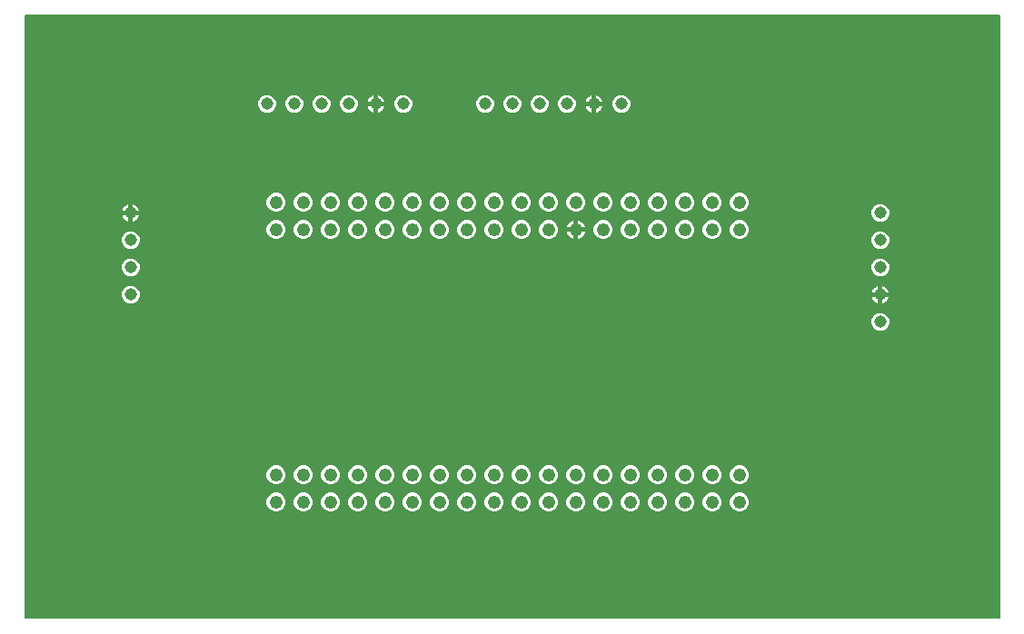
<source format=gbr>
G04 EAGLE Gerber RS-274X export*
G75*
%MOMM*%
%FSLAX34Y34*%
%LPD*%
%INCopper Layer 15*%
%IPPOS*%
%AMOC8*
5,1,8,0,0,1.08239X$1,22.5*%
G01*
%ADD10C,1.244600*%
%ADD11C,1.137919*%

G36*
X910508Y16D02*
X910508Y16D01*
X910627Y23D01*
X910665Y36D01*
X910706Y41D01*
X910816Y84D01*
X910929Y121D01*
X910964Y143D01*
X911001Y158D01*
X911097Y227D01*
X911198Y291D01*
X911226Y321D01*
X911259Y344D01*
X911335Y436D01*
X911416Y523D01*
X911436Y558D01*
X911461Y589D01*
X911512Y697D01*
X911570Y801D01*
X911580Y841D01*
X911597Y877D01*
X911619Y994D01*
X911649Y1109D01*
X911653Y1169D01*
X911657Y1189D01*
X911655Y1210D01*
X911659Y1270D01*
X911659Y561850D01*
X911644Y561968D01*
X911637Y562087D01*
X911624Y562125D01*
X911619Y562166D01*
X911576Y562276D01*
X911539Y562389D01*
X911517Y562424D01*
X911502Y562461D01*
X911433Y562557D01*
X911369Y562658D01*
X911339Y562686D01*
X911316Y562719D01*
X911224Y562795D01*
X911137Y562876D01*
X911102Y562896D01*
X911071Y562921D01*
X910963Y562972D01*
X910859Y563030D01*
X910819Y563040D01*
X910783Y563057D01*
X910666Y563079D01*
X910551Y563109D01*
X910491Y563113D01*
X910471Y563117D01*
X910450Y563115D01*
X910390Y563119D01*
X3810Y563119D01*
X3692Y563104D01*
X3573Y563097D01*
X3535Y563084D01*
X3494Y563079D01*
X3384Y563036D01*
X3271Y562999D01*
X3236Y562977D01*
X3199Y562962D01*
X3103Y562893D01*
X3002Y562829D01*
X2974Y562799D01*
X2941Y562776D01*
X2865Y562684D01*
X2784Y562597D01*
X2764Y562562D01*
X2739Y562531D01*
X2688Y562423D01*
X2630Y562319D01*
X2620Y562279D01*
X2603Y562243D01*
X2581Y562126D01*
X2551Y562011D01*
X2547Y561951D01*
X2543Y561931D01*
X2545Y561910D01*
X2541Y561850D01*
X2541Y1270D01*
X2556Y1152D01*
X2563Y1033D01*
X2576Y995D01*
X2581Y954D01*
X2624Y844D01*
X2661Y731D01*
X2683Y696D01*
X2698Y659D01*
X2767Y563D01*
X2831Y462D01*
X2861Y434D01*
X2884Y401D01*
X2976Y325D01*
X3063Y244D01*
X3098Y224D01*
X3129Y199D01*
X3237Y148D01*
X3341Y90D01*
X3381Y80D01*
X3417Y63D01*
X3534Y41D01*
X3649Y11D01*
X3709Y7D01*
X3729Y3D01*
X3750Y5D01*
X3810Y1D01*
X910390Y1D01*
X910508Y16D01*
G37*
%LPC*%
G36*
X387557Y125596D02*
X387557Y125596D01*
X384336Y126930D01*
X381870Y129396D01*
X380536Y132617D01*
X380536Y136103D01*
X381870Y139324D01*
X384336Y141790D01*
X387557Y143124D01*
X391043Y143124D01*
X394264Y141790D01*
X396730Y139324D01*
X398064Y136103D01*
X398064Y132617D01*
X396730Y129396D01*
X394264Y126930D01*
X391043Y125596D01*
X387557Y125596D01*
G37*
%LPD*%
%LPC*%
G36*
X362157Y125596D02*
X362157Y125596D01*
X358936Y126930D01*
X356470Y129396D01*
X355136Y132617D01*
X355136Y136103D01*
X356470Y139324D01*
X358936Y141790D01*
X362157Y143124D01*
X365643Y143124D01*
X368864Y141790D01*
X371330Y139324D01*
X372664Y136103D01*
X372664Y132617D01*
X371330Y129396D01*
X368864Y126930D01*
X365643Y125596D01*
X362157Y125596D01*
G37*
%LPD*%
%LPC*%
G36*
X336757Y125596D02*
X336757Y125596D01*
X333536Y126930D01*
X331070Y129396D01*
X329736Y132617D01*
X329736Y136103D01*
X331070Y139324D01*
X333536Y141790D01*
X336757Y143124D01*
X340243Y143124D01*
X343464Y141790D01*
X345930Y139324D01*
X347264Y136103D01*
X347264Y132617D01*
X345930Y129396D01*
X343464Y126930D01*
X340243Y125596D01*
X336757Y125596D01*
G37*
%LPD*%
%LPC*%
G36*
X311357Y125596D02*
X311357Y125596D01*
X308136Y126930D01*
X305670Y129396D01*
X304336Y132617D01*
X304336Y136103D01*
X305670Y139324D01*
X308136Y141790D01*
X311357Y143124D01*
X314843Y143124D01*
X318064Y141790D01*
X320530Y139324D01*
X321864Y136103D01*
X321864Y132617D01*
X320530Y129396D01*
X318064Y126930D01*
X314843Y125596D01*
X311357Y125596D01*
G37*
%LPD*%
%LPC*%
G36*
X285957Y125596D02*
X285957Y125596D01*
X282736Y126930D01*
X280270Y129396D01*
X278936Y132617D01*
X278936Y136103D01*
X280270Y139324D01*
X282736Y141790D01*
X285957Y143124D01*
X289443Y143124D01*
X292664Y141790D01*
X295130Y139324D01*
X296464Y136103D01*
X296464Y132617D01*
X295130Y129396D01*
X292664Y126930D01*
X289443Y125596D01*
X285957Y125596D01*
G37*
%LPD*%
%LPC*%
G36*
X666957Y100196D02*
X666957Y100196D01*
X663736Y101530D01*
X661270Y103996D01*
X659936Y107217D01*
X659936Y110703D01*
X661270Y113924D01*
X663736Y116390D01*
X666957Y117724D01*
X670443Y117724D01*
X673664Y116390D01*
X676130Y113924D01*
X677464Y110703D01*
X677464Y107217D01*
X676130Y103996D01*
X673664Y101530D01*
X670443Y100196D01*
X666957Y100196D01*
G37*
%LPD*%
%LPC*%
G36*
X641557Y100196D02*
X641557Y100196D01*
X638336Y101530D01*
X635870Y103996D01*
X634536Y107217D01*
X634536Y110703D01*
X635870Y113924D01*
X638336Y116390D01*
X641557Y117724D01*
X645043Y117724D01*
X648264Y116390D01*
X650730Y113924D01*
X652064Y110703D01*
X652064Y107217D01*
X650730Y103996D01*
X648264Y101530D01*
X645043Y100196D01*
X641557Y100196D01*
G37*
%LPD*%
%LPC*%
G36*
X616157Y100196D02*
X616157Y100196D01*
X612936Y101530D01*
X610470Y103996D01*
X609136Y107217D01*
X609136Y110703D01*
X610470Y113924D01*
X612936Y116390D01*
X616157Y117724D01*
X619643Y117724D01*
X622864Y116390D01*
X625330Y113924D01*
X626664Y110703D01*
X626664Y107217D01*
X625330Y103996D01*
X622864Y101530D01*
X619643Y100196D01*
X616157Y100196D01*
G37*
%LPD*%
%LPC*%
G36*
X590757Y100196D02*
X590757Y100196D01*
X587536Y101530D01*
X585070Y103996D01*
X583736Y107217D01*
X583736Y110703D01*
X585070Y113924D01*
X587536Y116390D01*
X590757Y117724D01*
X594243Y117724D01*
X597464Y116390D01*
X599930Y113924D01*
X601264Y110703D01*
X601264Y107217D01*
X599930Y103996D01*
X597464Y101530D01*
X594243Y100196D01*
X590757Y100196D01*
G37*
%LPD*%
%LPC*%
G36*
X539957Y100196D02*
X539957Y100196D01*
X536736Y101530D01*
X534270Y103996D01*
X532936Y107217D01*
X532936Y110703D01*
X534270Y113924D01*
X536736Y116390D01*
X539957Y117724D01*
X543443Y117724D01*
X546664Y116390D01*
X549130Y113924D01*
X550464Y110703D01*
X550464Y107217D01*
X549130Y103996D01*
X546664Y101530D01*
X543443Y100196D01*
X539957Y100196D01*
G37*
%LPD*%
%LPC*%
G36*
X514557Y100196D02*
X514557Y100196D01*
X511336Y101530D01*
X508870Y103996D01*
X507536Y107217D01*
X507536Y110703D01*
X508870Y113924D01*
X511336Y116390D01*
X514557Y117724D01*
X518043Y117724D01*
X521264Y116390D01*
X523730Y113924D01*
X525064Y110703D01*
X525064Y107217D01*
X523730Y103996D01*
X521264Y101530D01*
X518043Y100196D01*
X514557Y100196D01*
G37*
%LPD*%
%LPC*%
G36*
X489157Y100196D02*
X489157Y100196D01*
X485936Y101530D01*
X483470Y103996D01*
X482136Y107217D01*
X482136Y110703D01*
X483470Y113924D01*
X485936Y116390D01*
X489157Y117724D01*
X492643Y117724D01*
X495864Y116390D01*
X498330Y113924D01*
X499664Y110703D01*
X499664Y107217D01*
X498330Y103996D01*
X495864Y101530D01*
X492643Y100196D01*
X489157Y100196D01*
G37*
%LPD*%
%LPC*%
G36*
X539957Y379596D02*
X539957Y379596D01*
X536736Y380930D01*
X534270Y383396D01*
X532936Y386617D01*
X532936Y390103D01*
X534270Y393324D01*
X536736Y395790D01*
X539957Y397124D01*
X543443Y397124D01*
X546664Y395790D01*
X549130Y393324D01*
X550464Y390103D01*
X550464Y386617D01*
X549130Y383396D01*
X546664Y380930D01*
X543443Y379596D01*
X539957Y379596D01*
G37*
%LPD*%
%LPC*%
G36*
X463757Y100196D02*
X463757Y100196D01*
X460536Y101530D01*
X458070Y103996D01*
X456736Y107217D01*
X456736Y110703D01*
X458070Y113924D01*
X460536Y116390D01*
X463757Y117724D01*
X467243Y117724D01*
X470464Y116390D01*
X472930Y113924D01*
X474264Y110703D01*
X474264Y107217D01*
X472930Y103996D01*
X470464Y101530D01*
X467243Y100196D01*
X463757Y100196D01*
G37*
%LPD*%
%LPC*%
G36*
X438357Y100196D02*
X438357Y100196D01*
X435136Y101530D01*
X432670Y103996D01*
X431336Y107217D01*
X431336Y110703D01*
X432670Y113924D01*
X435136Y116390D01*
X438357Y117724D01*
X441843Y117724D01*
X445064Y116390D01*
X447530Y113924D01*
X448864Y110703D01*
X448864Y107217D01*
X447530Y103996D01*
X445064Y101530D01*
X441843Y100196D01*
X438357Y100196D01*
G37*
%LPD*%
%LPC*%
G36*
X412957Y100196D02*
X412957Y100196D01*
X409736Y101530D01*
X407270Y103996D01*
X405936Y107217D01*
X405936Y110703D01*
X407270Y113924D01*
X409736Y116390D01*
X412957Y117724D01*
X416443Y117724D01*
X419664Y116390D01*
X422130Y113924D01*
X423464Y110703D01*
X423464Y107217D01*
X422130Y103996D01*
X419664Y101530D01*
X416443Y100196D01*
X412957Y100196D01*
G37*
%LPD*%
%LPC*%
G36*
X387557Y100196D02*
X387557Y100196D01*
X384336Y101530D01*
X381870Y103996D01*
X380536Y107217D01*
X380536Y110703D01*
X381870Y113924D01*
X384336Y116390D01*
X387557Y117724D01*
X391043Y117724D01*
X394264Y116390D01*
X396730Y113924D01*
X398064Y110703D01*
X398064Y107217D01*
X396730Y103996D01*
X394264Y101530D01*
X391043Y100196D01*
X387557Y100196D01*
G37*
%LPD*%
%LPC*%
G36*
X362157Y100196D02*
X362157Y100196D01*
X358936Y101530D01*
X356470Y103996D01*
X355136Y107217D01*
X355136Y110703D01*
X356470Y113924D01*
X358936Y116390D01*
X362157Y117724D01*
X365643Y117724D01*
X368864Y116390D01*
X371330Y113924D01*
X372664Y110703D01*
X372664Y107217D01*
X371330Y103996D01*
X368864Y101530D01*
X365643Y100196D01*
X362157Y100196D01*
G37*
%LPD*%
%LPC*%
G36*
X260557Y379596D02*
X260557Y379596D01*
X257336Y380930D01*
X254870Y383396D01*
X253536Y386617D01*
X253536Y390103D01*
X254870Y393324D01*
X257336Y395790D01*
X260557Y397124D01*
X264043Y397124D01*
X267264Y395790D01*
X269730Y393324D01*
X271064Y390103D01*
X271064Y386617D01*
X269730Y383396D01*
X267264Y380930D01*
X264043Y379596D01*
X260557Y379596D01*
G37*
%LPD*%
%LPC*%
G36*
X235157Y379596D02*
X235157Y379596D01*
X231936Y380930D01*
X229470Y383396D01*
X228136Y386617D01*
X228136Y390103D01*
X229470Y393324D01*
X231936Y395790D01*
X235157Y397124D01*
X238643Y397124D01*
X241864Y395790D01*
X244330Y393324D01*
X245664Y390103D01*
X245664Y386617D01*
X244330Y383396D01*
X241864Y380930D01*
X238643Y379596D01*
X235157Y379596D01*
G37*
%LPD*%
%LPC*%
G36*
X666957Y379596D02*
X666957Y379596D01*
X663736Y380930D01*
X661270Y383396D01*
X659936Y386617D01*
X659936Y390103D01*
X661270Y393324D01*
X663736Y395790D01*
X666957Y397124D01*
X670443Y397124D01*
X673664Y395790D01*
X676130Y393324D01*
X677464Y390103D01*
X677464Y386617D01*
X676130Y383396D01*
X673664Y380930D01*
X670443Y379596D01*
X666957Y379596D01*
G37*
%LPD*%
%LPC*%
G36*
X641557Y379596D02*
X641557Y379596D01*
X638336Y380930D01*
X635870Y383396D01*
X634536Y386617D01*
X634536Y390103D01*
X635870Y393324D01*
X638336Y395790D01*
X641557Y397124D01*
X645043Y397124D01*
X648264Y395790D01*
X650730Y393324D01*
X652064Y390103D01*
X652064Y386617D01*
X650730Y383396D01*
X648264Y380930D01*
X645043Y379596D01*
X641557Y379596D01*
G37*
%LPD*%
%LPC*%
G36*
X616157Y379596D02*
X616157Y379596D01*
X612936Y380930D01*
X610470Y383396D01*
X609136Y386617D01*
X609136Y390103D01*
X610470Y393324D01*
X612936Y395790D01*
X616157Y397124D01*
X619643Y397124D01*
X622864Y395790D01*
X625330Y393324D01*
X626664Y390103D01*
X626664Y386617D01*
X625330Y383396D01*
X622864Y380930D01*
X619643Y379596D01*
X616157Y379596D01*
G37*
%LPD*%
%LPC*%
G36*
X590757Y379596D02*
X590757Y379596D01*
X587536Y380930D01*
X585070Y383396D01*
X583736Y386617D01*
X583736Y390103D01*
X585070Y393324D01*
X587536Y395790D01*
X590757Y397124D01*
X594243Y397124D01*
X597464Y395790D01*
X599930Y393324D01*
X601264Y390103D01*
X601264Y386617D01*
X599930Y383396D01*
X597464Y380930D01*
X594243Y379596D01*
X590757Y379596D01*
G37*
%LPD*%
%LPC*%
G36*
X565357Y379596D02*
X565357Y379596D01*
X562136Y380930D01*
X559670Y383396D01*
X558336Y386617D01*
X558336Y390103D01*
X559670Y393324D01*
X562136Y395790D01*
X565357Y397124D01*
X568843Y397124D01*
X572064Y395790D01*
X574530Y393324D01*
X575864Y390103D01*
X575864Y386617D01*
X574530Y383396D01*
X572064Y380930D01*
X568843Y379596D01*
X565357Y379596D01*
G37*
%LPD*%
%LPC*%
G36*
X336757Y100196D02*
X336757Y100196D01*
X333536Y101530D01*
X331070Y103996D01*
X329736Y107217D01*
X329736Y110703D01*
X331070Y113924D01*
X333536Y116390D01*
X336757Y117724D01*
X340243Y117724D01*
X343464Y116390D01*
X345930Y113924D01*
X347264Y110703D01*
X347264Y107217D01*
X345930Y103996D01*
X343464Y101530D01*
X340243Y100196D01*
X336757Y100196D01*
G37*
%LPD*%
%LPC*%
G36*
X514557Y379596D02*
X514557Y379596D01*
X511336Y380930D01*
X508870Y383396D01*
X507536Y386617D01*
X507536Y390103D01*
X508870Y393324D01*
X511336Y395790D01*
X514557Y397124D01*
X518043Y397124D01*
X521264Y395790D01*
X523730Y393324D01*
X525064Y390103D01*
X525064Y386617D01*
X523730Y383396D01*
X521264Y380930D01*
X518043Y379596D01*
X514557Y379596D01*
G37*
%LPD*%
%LPC*%
G36*
X489157Y379596D02*
X489157Y379596D01*
X485936Y380930D01*
X483470Y383396D01*
X482136Y386617D01*
X482136Y390103D01*
X483470Y393324D01*
X485936Y395790D01*
X489157Y397124D01*
X492643Y397124D01*
X495864Y395790D01*
X498330Y393324D01*
X499664Y390103D01*
X499664Y386617D01*
X498330Y383396D01*
X495864Y380930D01*
X492643Y379596D01*
X489157Y379596D01*
G37*
%LPD*%
%LPC*%
G36*
X463757Y379596D02*
X463757Y379596D01*
X460536Y380930D01*
X458070Y383396D01*
X456736Y386617D01*
X456736Y390103D01*
X458070Y393324D01*
X460536Y395790D01*
X463757Y397124D01*
X467243Y397124D01*
X470464Y395790D01*
X472930Y393324D01*
X474264Y390103D01*
X474264Y386617D01*
X472930Y383396D01*
X470464Y380930D01*
X467243Y379596D01*
X463757Y379596D01*
G37*
%LPD*%
%LPC*%
G36*
X438357Y379596D02*
X438357Y379596D01*
X435136Y380930D01*
X432670Y383396D01*
X431336Y386617D01*
X431336Y390103D01*
X432670Y393324D01*
X435136Y395790D01*
X438357Y397124D01*
X441843Y397124D01*
X445064Y395790D01*
X447530Y393324D01*
X448864Y390103D01*
X448864Y386617D01*
X447530Y383396D01*
X445064Y380930D01*
X441843Y379596D01*
X438357Y379596D01*
G37*
%LPD*%
%LPC*%
G36*
X412957Y379596D02*
X412957Y379596D01*
X409736Y380930D01*
X407270Y383396D01*
X405936Y386617D01*
X405936Y390103D01*
X407270Y393324D01*
X409736Y395790D01*
X412957Y397124D01*
X416443Y397124D01*
X419664Y395790D01*
X422130Y393324D01*
X423464Y390103D01*
X423464Y386617D01*
X422130Y383396D01*
X419664Y380930D01*
X416443Y379596D01*
X412957Y379596D01*
G37*
%LPD*%
%LPC*%
G36*
X387557Y379596D02*
X387557Y379596D01*
X384336Y380930D01*
X381870Y383396D01*
X380536Y386617D01*
X380536Y390103D01*
X381870Y393324D01*
X384336Y395790D01*
X387557Y397124D01*
X391043Y397124D01*
X394264Y395790D01*
X396730Y393324D01*
X398064Y390103D01*
X398064Y386617D01*
X396730Y383396D01*
X394264Y380930D01*
X391043Y379596D01*
X387557Y379596D01*
G37*
%LPD*%
%LPC*%
G36*
X362157Y379596D02*
X362157Y379596D01*
X358936Y380930D01*
X356470Y383396D01*
X355136Y386617D01*
X355136Y390103D01*
X356470Y393324D01*
X358936Y395790D01*
X362157Y397124D01*
X365643Y397124D01*
X368864Y395790D01*
X371330Y393324D01*
X372664Y390103D01*
X372664Y386617D01*
X371330Y383396D01*
X368864Y380930D01*
X365643Y379596D01*
X362157Y379596D01*
G37*
%LPD*%
%LPC*%
G36*
X336757Y379596D02*
X336757Y379596D01*
X333536Y380930D01*
X331070Y383396D01*
X329736Y386617D01*
X329736Y390103D01*
X331070Y393324D01*
X333536Y395790D01*
X336757Y397124D01*
X340243Y397124D01*
X343464Y395790D01*
X345930Y393324D01*
X347264Y390103D01*
X347264Y386617D01*
X345930Y383396D01*
X343464Y380930D01*
X340243Y379596D01*
X336757Y379596D01*
G37*
%LPD*%
%LPC*%
G36*
X311357Y379596D02*
X311357Y379596D01*
X308136Y380930D01*
X305670Y383396D01*
X304336Y386617D01*
X304336Y390103D01*
X305670Y393324D01*
X308136Y395790D01*
X311357Y397124D01*
X314843Y397124D01*
X318064Y395790D01*
X320530Y393324D01*
X321864Y390103D01*
X321864Y386617D01*
X320530Y383396D01*
X318064Y380930D01*
X314843Y379596D01*
X311357Y379596D01*
G37*
%LPD*%
%LPC*%
G36*
X285957Y379596D02*
X285957Y379596D01*
X282736Y380930D01*
X280270Y383396D01*
X278936Y386617D01*
X278936Y390103D01*
X280270Y393324D01*
X282736Y395790D01*
X285957Y397124D01*
X289443Y397124D01*
X292664Y395790D01*
X295130Y393324D01*
X296464Y390103D01*
X296464Y386617D01*
X295130Y383396D01*
X292664Y380930D01*
X289443Y379596D01*
X285957Y379596D01*
G37*
%LPD*%
%LPC*%
G36*
X311357Y100196D02*
X311357Y100196D01*
X308136Y101530D01*
X305670Y103996D01*
X304336Y107217D01*
X304336Y110703D01*
X305670Y113924D01*
X308136Y116390D01*
X311357Y117724D01*
X314843Y117724D01*
X318064Y116390D01*
X320530Y113924D01*
X321864Y110703D01*
X321864Y107217D01*
X320530Y103996D01*
X318064Y101530D01*
X314843Y100196D01*
X311357Y100196D01*
G37*
%LPD*%
%LPC*%
G36*
X285957Y100196D02*
X285957Y100196D01*
X282736Y101530D01*
X280270Y103996D01*
X278936Y107217D01*
X278936Y110703D01*
X280270Y113924D01*
X282736Y116390D01*
X285957Y117724D01*
X289443Y117724D01*
X292664Y116390D01*
X295130Y113924D01*
X296464Y110703D01*
X296464Y107217D01*
X295130Y103996D01*
X292664Y101530D01*
X289443Y100196D01*
X285957Y100196D01*
G37*
%LPD*%
%LPC*%
G36*
X260557Y100196D02*
X260557Y100196D01*
X257336Y101530D01*
X254870Y103996D01*
X253536Y107217D01*
X253536Y110703D01*
X254870Y113924D01*
X257336Y116390D01*
X260557Y117724D01*
X264043Y117724D01*
X267264Y116390D01*
X269730Y113924D01*
X271064Y110703D01*
X271064Y107217D01*
X269730Y103996D01*
X267264Y101530D01*
X264043Y100196D01*
X260557Y100196D01*
G37*
%LPD*%
%LPC*%
G36*
X235157Y100196D02*
X235157Y100196D01*
X231936Y101530D01*
X229470Y103996D01*
X228136Y107217D01*
X228136Y110703D01*
X229470Y113924D01*
X231936Y116390D01*
X235157Y117724D01*
X238643Y117724D01*
X241864Y116390D01*
X244330Y113924D01*
X245664Y110703D01*
X245664Y107217D01*
X244330Y103996D01*
X241864Y101530D01*
X238643Y100196D01*
X235157Y100196D01*
G37*
%LPD*%
%LPC*%
G36*
X387557Y354196D02*
X387557Y354196D01*
X384336Y355530D01*
X381870Y357996D01*
X380536Y361217D01*
X380536Y364703D01*
X381870Y367924D01*
X384336Y370390D01*
X387557Y371724D01*
X391043Y371724D01*
X394264Y370390D01*
X396730Y367924D01*
X398064Y364703D01*
X398064Y361217D01*
X396730Y357996D01*
X394264Y355530D01*
X391043Y354196D01*
X387557Y354196D01*
G37*
%LPD*%
%LPC*%
G36*
X260557Y354196D02*
X260557Y354196D01*
X257336Y355530D01*
X254870Y357996D01*
X253536Y361217D01*
X253536Y364703D01*
X254870Y367924D01*
X257336Y370390D01*
X260557Y371724D01*
X264043Y371724D01*
X267264Y370390D01*
X269730Y367924D01*
X271064Y364703D01*
X271064Y361217D01*
X269730Y357996D01*
X267264Y355530D01*
X264043Y354196D01*
X260557Y354196D01*
G37*
%LPD*%
%LPC*%
G36*
X235157Y354196D02*
X235157Y354196D01*
X231936Y355530D01*
X229470Y357996D01*
X228136Y361217D01*
X228136Y364703D01*
X229470Y367924D01*
X231936Y370390D01*
X235157Y371724D01*
X238643Y371724D01*
X241864Y370390D01*
X244330Y367924D01*
X245664Y364703D01*
X245664Y361217D01*
X244330Y357996D01*
X241864Y355530D01*
X238643Y354196D01*
X235157Y354196D01*
G37*
%LPD*%
%LPC*%
G36*
X666957Y354196D02*
X666957Y354196D01*
X663736Y355530D01*
X661270Y357996D01*
X659936Y361217D01*
X659936Y364703D01*
X661270Y367924D01*
X663736Y370390D01*
X666957Y371724D01*
X670443Y371724D01*
X673664Y370390D01*
X676130Y367924D01*
X677464Y364703D01*
X677464Y361217D01*
X676130Y357996D01*
X673664Y355530D01*
X670443Y354196D01*
X666957Y354196D01*
G37*
%LPD*%
%LPC*%
G36*
X641557Y354196D02*
X641557Y354196D01*
X638336Y355530D01*
X635870Y357996D01*
X634536Y361217D01*
X634536Y364703D01*
X635870Y367924D01*
X638336Y370390D01*
X641557Y371724D01*
X645043Y371724D01*
X648264Y370390D01*
X650730Y367924D01*
X652064Y364703D01*
X652064Y361217D01*
X650730Y357996D01*
X648264Y355530D01*
X645043Y354196D01*
X641557Y354196D01*
G37*
%LPD*%
%LPC*%
G36*
X616157Y354196D02*
X616157Y354196D01*
X612936Y355530D01*
X610470Y357996D01*
X609136Y361217D01*
X609136Y364703D01*
X610470Y367924D01*
X612936Y370390D01*
X616157Y371724D01*
X619643Y371724D01*
X622864Y370390D01*
X625330Y367924D01*
X626664Y364703D01*
X626664Y361217D01*
X625330Y357996D01*
X622864Y355530D01*
X619643Y354196D01*
X616157Y354196D01*
G37*
%LPD*%
%LPC*%
G36*
X590757Y354196D02*
X590757Y354196D01*
X587536Y355530D01*
X585070Y357996D01*
X583736Y361217D01*
X583736Y364703D01*
X585070Y367924D01*
X587536Y370390D01*
X590757Y371724D01*
X594243Y371724D01*
X597464Y370390D01*
X599930Y367924D01*
X601264Y364703D01*
X601264Y361217D01*
X599930Y357996D01*
X597464Y355530D01*
X594243Y354196D01*
X590757Y354196D01*
G37*
%LPD*%
%LPC*%
G36*
X565357Y354196D02*
X565357Y354196D01*
X562136Y355530D01*
X559670Y357996D01*
X558336Y361217D01*
X558336Y364703D01*
X559670Y367924D01*
X562136Y370390D01*
X565357Y371724D01*
X568843Y371724D01*
X572064Y370390D01*
X574530Y367924D01*
X575864Y364703D01*
X575864Y361217D01*
X574530Y357996D01*
X572064Y355530D01*
X568843Y354196D01*
X565357Y354196D01*
G37*
%LPD*%
%LPC*%
G36*
X539957Y354196D02*
X539957Y354196D01*
X536736Y355530D01*
X534270Y357996D01*
X532936Y361217D01*
X532936Y364703D01*
X534270Y367924D01*
X536736Y370390D01*
X539957Y371724D01*
X543443Y371724D01*
X546664Y370390D01*
X549130Y367924D01*
X550464Y364703D01*
X550464Y361217D01*
X549130Y357996D01*
X546664Y355530D01*
X543443Y354196D01*
X539957Y354196D01*
G37*
%LPD*%
%LPC*%
G36*
X489157Y354196D02*
X489157Y354196D01*
X485936Y355530D01*
X483470Y357996D01*
X482136Y361217D01*
X482136Y364703D01*
X483470Y367924D01*
X485936Y370390D01*
X489157Y371724D01*
X492643Y371724D01*
X495864Y370390D01*
X498330Y367924D01*
X499664Y364703D01*
X499664Y361217D01*
X498330Y357996D01*
X495864Y355530D01*
X492643Y354196D01*
X489157Y354196D01*
G37*
%LPD*%
%LPC*%
G36*
X463757Y354196D02*
X463757Y354196D01*
X460536Y355530D01*
X458070Y357996D01*
X456736Y361217D01*
X456736Y364703D01*
X458070Y367924D01*
X460536Y370390D01*
X463757Y371724D01*
X467243Y371724D01*
X470464Y370390D01*
X472930Y367924D01*
X474264Y364703D01*
X474264Y361217D01*
X472930Y357996D01*
X470464Y355530D01*
X467243Y354196D01*
X463757Y354196D01*
G37*
%LPD*%
%LPC*%
G36*
X438357Y354196D02*
X438357Y354196D01*
X435136Y355530D01*
X432670Y357996D01*
X431336Y361217D01*
X431336Y364703D01*
X432670Y367924D01*
X435136Y370390D01*
X438357Y371724D01*
X441843Y371724D01*
X445064Y370390D01*
X447530Y367924D01*
X448864Y364703D01*
X448864Y361217D01*
X447530Y357996D01*
X445064Y355530D01*
X441843Y354196D01*
X438357Y354196D01*
G37*
%LPD*%
%LPC*%
G36*
X412957Y354196D02*
X412957Y354196D01*
X409736Y355530D01*
X407270Y357996D01*
X405936Y361217D01*
X405936Y364703D01*
X407270Y367924D01*
X409736Y370390D01*
X412957Y371724D01*
X416443Y371724D01*
X419664Y370390D01*
X422130Y367924D01*
X423464Y364703D01*
X423464Y361217D01*
X422130Y357996D01*
X419664Y355530D01*
X416443Y354196D01*
X412957Y354196D01*
G37*
%LPD*%
%LPC*%
G36*
X565357Y100196D02*
X565357Y100196D01*
X562136Y101530D01*
X559670Y103996D01*
X558336Y107217D01*
X558336Y110703D01*
X559670Y113924D01*
X562136Y116390D01*
X565357Y117724D01*
X568843Y117724D01*
X572064Y116390D01*
X574530Y113924D01*
X575864Y110703D01*
X575864Y107217D01*
X574530Y103996D01*
X572064Y101530D01*
X568843Y100196D01*
X565357Y100196D01*
G37*
%LPD*%
%LPC*%
G36*
X362157Y354196D02*
X362157Y354196D01*
X358936Y355530D01*
X356470Y357996D01*
X355136Y361217D01*
X355136Y364703D01*
X356470Y367924D01*
X358936Y370390D01*
X362157Y371724D01*
X365643Y371724D01*
X368864Y370390D01*
X371330Y367924D01*
X372664Y364703D01*
X372664Y361217D01*
X371330Y357996D01*
X368864Y355530D01*
X365643Y354196D01*
X362157Y354196D01*
G37*
%LPD*%
%LPC*%
G36*
X336757Y354196D02*
X336757Y354196D01*
X333536Y355530D01*
X331070Y357996D01*
X329736Y361217D01*
X329736Y364703D01*
X331070Y367924D01*
X333536Y370390D01*
X336757Y371724D01*
X340243Y371724D01*
X343464Y370390D01*
X345930Y367924D01*
X347264Y364703D01*
X347264Y361217D01*
X345930Y357996D01*
X343464Y355530D01*
X340243Y354196D01*
X336757Y354196D01*
G37*
%LPD*%
%LPC*%
G36*
X311357Y354196D02*
X311357Y354196D01*
X308136Y355530D01*
X305670Y357996D01*
X304336Y361217D01*
X304336Y364703D01*
X305670Y367924D01*
X308136Y370390D01*
X311357Y371724D01*
X314843Y371724D01*
X318064Y370390D01*
X320530Y367924D01*
X321864Y364703D01*
X321864Y361217D01*
X320530Y357996D01*
X318064Y355530D01*
X314843Y354196D01*
X311357Y354196D01*
G37*
%LPD*%
%LPC*%
G36*
X285957Y354196D02*
X285957Y354196D01*
X282736Y355530D01*
X280270Y357996D01*
X278936Y361217D01*
X278936Y364703D01*
X280270Y367924D01*
X282736Y370390D01*
X285957Y371724D01*
X289443Y371724D01*
X292664Y370390D01*
X295130Y367924D01*
X296464Y364703D01*
X296464Y361217D01*
X295130Y357996D01*
X292664Y355530D01*
X289443Y354196D01*
X285957Y354196D01*
G37*
%LPD*%
%LPC*%
G36*
X260557Y125596D02*
X260557Y125596D01*
X257336Y126930D01*
X254870Y129396D01*
X253536Y132617D01*
X253536Y136103D01*
X254870Y139324D01*
X257336Y141790D01*
X260557Y143124D01*
X264043Y143124D01*
X267264Y141790D01*
X269730Y139324D01*
X271064Y136103D01*
X271064Y132617D01*
X269730Y129396D01*
X267264Y126930D01*
X264043Y125596D01*
X260557Y125596D01*
G37*
%LPD*%
%LPC*%
G36*
X235157Y125596D02*
X235157Y125596D01*
X231936Y126930D01*
X229470Y129396D01*
X228136Y132617D01*
X228136Y136103D01*
X229470Y139324D01*
X231936Y141790D01*
X235157Y143124D01*
X238643Y143124D01*
X241864Y141790D01*
X244330Y139324D01*
X245664Y136103D01*
X245664Y132617D01*
X244330Y129396D01*
X241864Y126930D01*
X238643Y125596D01*
X235157Y125596D01*
G37*
%LPD*%
%LPC*%
G36*
X666957Y125596D02*
X666957Y125596D01*
X663736Y126930D01*
X661270Y129396D01*
X659936Y132617D01*
X659936Y136103D01*
X661270Y139324D01*
X663736Y141790D01*
X666957Y143124D01*
X670443Y143124D01*
X673664Y141790D01*
X676130Y139324D01*
X677464Y136103D01*
X677464Y132617D01*
X676130Y129396D01*
X673664Y126930D01*
X670443Y125596D01*
X666957Y125596D01*
G37*
%LPD*%
%LPC*%
G36*
X641557Y125596D02*
X641557Y125596D01*
X638336Y126930D01*
X635870Y129396D01*
X634536Y132617D01*
X634536Y136103D01*
X635870Y139324D01*
X638336Y141790D01*
X641557Y143124D01*
X645043Y143124D01*
X648264Y141790D01*
X650730Y139324D01*
X652064Y136103D01*
X652064Y132617D01*
X650730Y129396D01*
X648264Y126930D01*
X645043Y125596D01*
X641557Y125596D01*
G37*
%LPD*%
%LPC*%
G36*
X616157Y125596D02*
X616157Y125596D01*
X612936Y126930D01*
X610470Y129396D01*
X609136Y132617D01*
X609136Y136103D01*
X610470Y139324D01*
X612936Y141790D01*
X616157Y143124D01*
X619643Y143124D01*
X622864Y141790D01*
X625330Y139324D01*
X626664Y136103D01*
X626664Y132617D01*
X625330Y129396D01*
X622864Y126930D01*
X619643Y125596D01*
X616157Y125596D01*
G37*
%LPD*%
%LPC*%
G36*
X590757Y125596D02*
X590757Y125596D01*
X587536Y126930D01*
X585070Y129396D01*
X583736Y132617D01*
X583736Y136103D01*
X585070Y139324D01*
X587536Y141790D01*
X590757Y143124D01*
X594243Y143124D01*
X597464Y141790D01*
X599930Y139324D01*
X601264Y136103D01*
X601264Y132617D01*
X599930Y129396D01*
X597464Y126930D01*
X594243Y125596D01*
X590757Y125596D01*
G37*
%LPD*%
%LPC*%
G36*
X565357Y125596D02*
X565357Y125596D01*
X562136Y126930D01*
X559670Y129396D01*
X558336Y132617D01*
X558336Y136103D01*
X559670Y139324D01*
X562136Y141790D01*
X565357Y143124D01*
X568843Y143124D01*
X572064Y141790D01*
X574530Y139324D01*
X575864Y136103D01*
X575864Y132617D01*
X574530Y129396D01*
X572064Y126930D01*
X568843Y125596D01*
X565357Y125596D01*
G37*
%LPD*%
%LPC*%
G36*
X539957Y125596D02*
X539957Y125596D01*
X536736Y126930D01*
X534270Y129396D01*
X532936Y132617D01*
X532936Y136103D01*
X534270Y139324D01*
X536736Y141790D01*
X539957Y143124D01*
X543443Y143124D01*
X546664Y141790D01*
X549130Y139324D01*
X550464Y136103D01*
X550464Y132617D01*
X549130Y129396D01*
X546664Y126930D01*
X543443Y125596D01*
X539957Y125596D01*
G37*
%LPD*%
%LPC*%
G36*
X514557Y125596D02*
X514557Y125596D01*
X511336Y126930D01*
X508870Y129396D01*
X507536Y132617D01*
X507536Y136103D01*
X508870Y139324D01*
X511336Y141790D01*
X514557Y143124D01*
X518043Y143124D01*
X521264Y141790D01*
X523730Y139324D01*
X525064Y136103D01*
X525064Y132617D01*
X523730Y129396D01*
X521264Y126930D01*
X518043Y125596D01*
X514557Y125596D01*
G37*
%LPD*%
%LPC*%
G36*
X489157Y125596D02*
X489157Y125596D01*
X485936Y126930D01*
X483470Y129396D01*
X482136Y132617D01*
X482136Y136103D01*
X483470Y139324D01*
X485936Y141790D01*
X489157Y143124D01*
X492643Y143124D01*
X495864Y141790D01*
X498330Y139324D01*
X499664Y136103D01*
X499664Y132617D01*
X498330Y129396D01*
X495864Y126930D01*
X492643Y125596D01*
X489157Y125596D01*
G37*
%LPD*%
%LPC*%
G36*
X463757Y125596D02*
X463757Y125596D01*
X460536Y126930D01*
X458070Y129396D01*
X456736Y132617D01*
X456736Y136103D01*
X458070Y139324D01*
X460536Y141790D01*
X463757Y143124D01*
X467243Y143124D01*
X470464Y141790D01*
X472930Y139324D01*
X474264Y136103D01*
X474264Y132617D01*
X472930Y129396D01*
X470464Y126930D01*
X467243Y125596D01*
X463757Y125596D01*
G37*
%LPD*%
%LPC*%
G36*
X438357Y125596D02*
X438357Y125596D01*
X435136Y126930D01*
X432670Y129396D01*
X431336Y132617D01*
X431336Y136103D01*
X432670Y139324D01*
X435136Y141790D01*
X438357Y143124D01*
X441843Y143124D01*
X445064Y141790D01*
X447530Y139324D01*
X448864Y136103D01*
X448864Y132617D01*
X447530Y129396D01*
X445064Y126930D01*
X441843Y125596D01*
X438357Y125596D01*
G37*
%LPD*%
%LPC*%
G36*
X412957Y125596D02*
X412957Y125596D01*
X409736Y126930D01*
X407270Y129396D01*
X405936Y132617D01*
X405936Y136103D01*
X407270Y139324D01*
X409736Y141790D01*
X412957Y143124D01*
X416443Y143124D01*
X419664Y141790D01*
X422130Y139324D01*
X423464Y136103D01*
X423464Y132617D01*
X422130Y129396D01*
X419664Y126930D01*
X416443Y125596D01*
X412957Y125596D01*
G37*
%LPD*%
%LPC*%
G36*
X557163Y471830D02*
X557163Y471830D01*
X554138Y473083D01*
X551823Y475398D01*
X550570Y478423D01*
X550570Y481697D01*
X551823Y484722D01*
X554138Y487037D01*
X557163Y488290D01*
X560437Y488290D01*
X563462Y487037D01*
X565777Y484722D01*
X567030Y481697D01*
X567030Y478423D01*
X565777Y475398D01*
X563462Y473083D01*
X560437Y471830D01*
X557163Y471830D01*
G37*
%LPD*%
%LPC*%
G36*
X506363Y471830D02*
X506363Y471830D01*
X503338Y473083D01*
X501023Y475398D01*
X499770Y478423D01*
X499770Y481697D01*
X501023Y484722D01*
X503338Y487037D01*
X506363Y488290D01*
X509637Y488290D01*
X512662Y487037D01*
X514977Y484722D01*
X516230Y481697D01*
X516230Y478423D01*
X514977Y475398D01*
X512662Y473083D01*
X509637Y471830D01*
X506363Y471830D01*
G37*
%LPD*%
%LPC*%
G36*
X480963Y471830D02*
X480963Y471830D01*
X477938Y473083D01*
X475623Y475398D01*
X474370Y478423D01*
X474370Y481697D01*
X475623Y484722D01*
X477938Y487037D01*
X480963Y488290D01*
X484237Y488290D01*
X487262Y487037D01*
X489577Y484722D01*
X490830Y481697D01*
X490830Y478423D01*
X489577Y475398D01*
X487262Y473083D01*
X484237Y471830D01*
X480963Y471830D01*
G37*
%LPD*%
%LPC*%
G36*
X455563Y471830D02*
X455563Y471830D01*
X452538Y473083D01*
X450223Y475398D01*
X448970Y478423D01*
X448970Y481697D01*
X450223Y484722D01*
X452538Y487037D01*
X455563Y488290D01*
X458837Y488290D01*
X461862Y487037D01*
X464177Y484722D01*
X465430Y481697D01*
X465430Y478423D01*
X464177Y475398D01*
X461862Y473083D01*
X458837Y471830D01*
X455563Y471830D01*
G37*
%LPD*%
%LPC*%
G36*
X430163Y471830D02*
X430163Y471830D01*
X427138Y473083D01*
X424823Y475398D01*
X423570Y478423D01*
X423570Y481697D01*
X424823Y484722D01*
X427138Y487037D01*
X430163Y488290D01*
X433437Y488290D01*
X436462Y487037D01*
X438777Y484722D01*
X440030Y481697D01*
X440030Y478423D01*
X438777Y475398D01*
X436462Y473083D01*
X433437Y471830D01*
X430163Y471830D01*
G37*
%LPD*%
%LPC*%
G36*
X353963Y471830D02*
X353963Y471830D01*
X350938Y473083D01*
X348623Y475398D01*
X347370Y478423D01*
X347370Y481697D01*
X348623Y484722D01*
X350938Y487037D01*
X353963Y488290D01*
X357237Y488290D01*
X360262Y487037D01*
X362577Y484722D01*
X363830Y481697D01*
X363830Y478423D01*
X362577Y475398D01*
X360262Y473083D01*
X357237Y471830D01*
X353963Y471830D01*
G37*
%LPD*%
%LPC*%
G36*
X303163Y471830D02*
X303163Y471830D01*
X300138Y473083D01*
X297823Y475398D01*
X296570Y478423D01*
X296570Y481697D01*
X297823Y484722D01*
X300138Y487037D01*
X303163Y488290D01*
X306437Y488290D01*
X309462Y487037D01*
X311777Y484722D01*
X313030Y481697D01*
X313030Y478423D01*
X311777Y475398D01*
X309462Y473083D01*
X306437Y471830D01*
X303163Y471830D01*
G37*
%LPD*%
%LPC*%
G36*
X277763Y471830D02*
X277763Y471830D01*
X274738Y473083D01*
X272423Y475398D01*
X271170Y478423D01*
X271170Y481697D01*
X272423Y484722D01*
X274738Y487037D01*
X277763Y488290D01*
X281037Y488290D01*
X284062Y487037D01*
X286377Y484722D01*
X287630Y481697D01*
X287630Y478423D01*
X286377Y475398D01*
X284062Y473083D01*
X281037Y471830D01*
X277763Y471830D01*
G37*
%LPD*%
%LPC*%
G36*
X252363Y471830D02*
X252363Y471830D01*
X249338Y473083D01*
X247023Y475398D01*
X245770Y478423D01*
X245770Y481697D01*
X247023Y484722D01*
X249338Y487037D01*
X252363Y488290D01*
X255637Y488290D01*
X258662Y487037D01*
X260977Y484722D01*
X262230Y481697D01*
X262230Y478423D01*
X260977Y475398D01*
X258662Y473083D01*
X255637Y471830D01*
X252363Y471830D01*
G37*
%LPD*%
%LPC*%
G36*
X226963Y471830D02*
X226963Y471830D01*
X223938Y473083D01*
X221623Y475398D01*
X220370Y478423D01*
X220370Y481697D01*
X221623Y484722D01*
X223938Y487037D01*
X226963Y488290D01*
X230237Y488290D01*
X233262Y487037D01*
X235577Y484722D01*
X236830Y481697D01*
X236830Y478423D01*
X235577Y475398D01*
X233262Y473083D01*
X230237Y471830D01*
X226963Y471830D01*
G37*
%LPD*%
%LPC*%
G36*
X798463Y319430D02*
X798463Y319430D01*
X795438Y320683D01*
X793123Y322998D01*
X791870Y326023D01*
X791870Y329297D01*
X793123Y332322D01*
X795438Y334637D01*
X798463Y335890D01*
X801737Y335890D01*
X804762Y334637D01*
X807077Y332322D01*
X808330Y329297D01*
X808330Y326023D01*
X807077Y322998D01*
X804762Y320683D01*
X801737Y319430D01*
X798463Y319430D01*
G37*
%LPD*%
%LPC*%
G36*
X798463Y370230D02*
X798463Y370230D01*
X795438Y371483D01*
X793123Y373798D01*
X791870Y376823D01*
X791870Y380097D01*
X793123Y383122D01*
X795438Y385437D01*
X798463Y386690D01*
X801737Y386690D01*
X804762Y385437D01*
X807077Y383122D01*
X808330Y380097D01*
X808330Y376823D01*
X807077Y373798D01*
X804762Y371483D01*
X801737Y370230D01*
X798463Y370230D01*
G37*
%LPD*%
%LPC*%
G36*
X99963Y319430D02*
X99963Y319430D01*
X96938Y320683D01*
X94623Y322998D01*
X93370Y326023D01*
X93370Y329297D01*
X94623Y332322D01*
X96938Y334637D01*
X99963Y335890D01*
X103237Y335890D01*
X106262Y334637D01*
X108577Y332322D01*
X109830Y329297D01*
X109830Y326023D01*
X108577Y322998D01*
X106262Y320683D01*
X103237Y319430D01*
X99963Y319430D01*
G37*
%LPD*%
%LPC*%
G36*
X99963Y294030D02*
X99963Y294030D01*
X96938Y295283D01*
X94623Y297598D01*
X93370Y300623D01*
X93370Y303897D01*
X94623Y306922D01*
X96938Y309237D01*
X99963Y310490D01*
X103237Y310490D01*
X106262Y309237D01*
X108577Y306922D01*
X109830Y303897D01*
X109830Y300623D01*
X108577Y297598D01*
X106262Y295283D01*
X103237Y294030D01*
X99963Y294030D01*
G37*
%LPD*%
%LPC*%
G36*
X798463Y268630D02*
X798463Y268630D01*
X795438Y269883D01*
X793123Y272198D01*
X791870Y275223D01*
X791870Y278497D01*
X793123Y281522D01*
X795438Y283837D01*
X798463Y285090D01*
X801737Y285090D01*
X804762Y283837D01*
X807077Y281522D01*
X808330Y278497D01*
X808330Y275223D01*
X807077Y272198D01*
X804762Y269883D01*
X801737Y268630D01*
X798463Y268630D01*
G37*
%LPD*%
%LPC*%
G36*
X798463Y344830D02*
X798463Y344830D01*
X795438Y346083D01*
X793123Y348398D01*
X791870Y351423D01*
X791870Y354697D01*
X793123Y357722D01*
X795438Y360037D01*
X798463Y361290D01*
X801737Y361290D01*
X804762Y360037D01*
X807077Y357722D01*
X808330Y354697D01*
X808330Y351423D01*
X807077Y348398D01*
X804762Y346083D01*
X801737Y344830D01*
X798463Y344830D01*
G37*
%LPD*%
%LPC*%
G36*
X99963Y344830D02*
X99963Y344830D01*
X96938Y346083D01*
X94623Y348398D01*
X93370Y351423D01*
X93370Y354697D01*
X94623Y357722D01*
X96938Y360037D01*
X99963Y361290D01*
X103237Y361290D01*
X106262Y360037D01*
X108577Y357722D01*
X109830Y354697D01*
X109830Y351423D01*
X108577Y348398D01*
X106262Y346083D01*
X103237Y344830D01*
X99963Y344830D01*
G37*
%LPD*%
%LPC*%
G36*
X518522Y365182D02*
X518522Y365182D01*
X518522Y371453D01*
X518856Y371387D01*
X520451Y370726D01*
X521887Y369767D01*
X523107Y368547D01*
X524066Y367111D01*
X524727Y365516D01*
X524793Y365182D01*
X518522Y365182D01*
G37*
%LPD*%
%LPC*%
G36*
X507807Y365182D02*
X507807Y365182D01*
X507873Y365516D01*
X508534Y367111D01*
X509493Y368547D01*
X510713Y369767D01*
X512149Y370726D01*
X513744Y371387D01*
X514078Y371453D01*
X514078Y365182D01*
X507807Y365182D01*
G37*
%LPD*%
%LPC*%
G36*
X518522Y360738D02*
X518522Y360738D01*
X524793Y360738D01*
X524727Y360404D01*
X524066Y358809D01*
X523107Y357373D01*
X521887Y356153D01*
X520451Y355194D01*
X518856Y354533D01*
X518522Y354467D01*
X518522Y360738D01*
G37*
%LPD*%
%LPC*%
G36*
X513744Y354533D02*
X513744Y354533D01*
X512149Y355194D01*
X510713Y356153D01*
X509493Y357373D01*
X508534Y358809D01*
X507873Y360404D01*
X507807Y360738D01*
X514078Y360738D01*
X514078Y354467D01*
X513744Y354533D01*
G37*
%LPD*%
%LPC*%
G36*
X332231Y482091D02*
X332231Y482091D01*
X332231Y488048D01*
X332601Y487974D01*
X334098Y487354D01*
X335447Y486453D01*
X336593Y485307D01*
X337494Y483958D01*
X338114Y482461D01*
X338188Y482091D01*
X332231Y482091D01*
G37*
%LPD*%
%LPC*%
G36*
X535431Y482091D02*
X535431Y482091D01*
X535431Y488048D01*
X535801Y487974D01*
X537298Y487354D01*
X538647Y486453D01*
X539793Y485307D01*
X540694Y483958D01*
X541314Y482461D01*
X541388Y482091D01*
X535431Y482091D01*
G37*
%LPD*%
%LPC*%
G36*
X802131Y304291D02*
X802131Y304291D01*
X802131Y310248D01*
X802501Y310174D01*
X803998Y309554D01*
X805347Y308653D01*
X806493Y307507D01*
X807394Y306158D01*
X808014Y304661D01*
X808088Y304291D01*
X802131Y304291D01*
G37*
%LPD*%
%LPC*%
G36*
X103631Y380491D02*
X103631Y380491D01*
X103631Y386448D01*
X104001Y386374D01*
X105498Y385754D01*
X106847Y384853D01*
X107993Y383707D01*
X108894Y382358D01*
X109514Y380861D01*
X109588Y380491D01*
X103631Y380491D01*
G37*
%LPD*%
%LPC*%
G36*
X322212Y482091D02*
X322212Y482091D01*
X322286Y482461D01*
X322906Y483958D01*
X323807Y485307D01*
X324953Y486453D01*
X326302Y487354D01*
X327799Y487974D01*
X328169Y488048D01*
X328169Y482091D01*
X322212Y482091D01*
G37*
%LPD*%
%LPC*%
G36*
X332231Y478029D02*
X332231Y478029D01*
X338188Y478029D01*
X338114Y477659D01*
X337494Y476162D01*
X336593Y474813D01*
X335447Y473667D01*
X334098Y472766D01*
X332601Y472146D01*
X332231Y472072D01*
X332231Y478029D01*
G37*
%LPD*%
%LPC*%
G36*
X535431Y478029D02*
X535431Y478029D01*
X541388Y478029D01*
X541314Y477659D01*
X540694Y476162D01*
X539793Y474813D01*
X538647Y473667D01*
X537298Y472766D01*
X535801Y472146D01*
X535431Y472072D01*
X535431Y478029D01*
G37*
%LPD*%
%LPC*%
G36*
X525412Y482091D02*
X525412Y482091D01*
X525486Y482461D01*
X526106Y483958D01*
X527007Y485307D01*
X528153Y486453D01*
X529502Y487354D01*
X530999Y487974D01*
X531369Y488048D01*
X531369Y482091D01*
X525412Y482091D01*
G37*
%LPD*%
%LPC*%
G36*
X792112Y304291D02*
X792112Y304291D01*
X792186Y304661D01*
X792806Y306158D01*
X793707Y307507D01*
X794853Y308653D01*
X796202Y309554D01*
X797699Y310174D01*
X798069Y310248D01*
X798069Y304291D01*
X792112Y304291D01*
G37*
%LPD*%
%LPC*%
G36*
X802131Y300229D02*
X802131Y300229D01*
X808088Y300229D01*
X808014Y299859D01*
X807394Y298362D01*
X806493Y297013D01*
X805347Y295867D01*
X803998Y294966D01*
X802501Y294346D01*
X802131Y294272D01*
X802131Y300229D01*
G37*
%LPD*%
%LPC*%
G36*
X103631Y376429D02*
X103631Y376429D01*
X109588Y376429D01*
X109514Y376059D01*
X108894Y374562D01*
X107993Y373213D01*
X106847Y372067D01*
X105498Y371166D01*
X104001Y370546D01*
X103631Y370472D01*
X103631Y376429D01*
G37*
%LPD*%
%LPC*%
G36*
X93612Y380491D02*
X93612Y380491D01*
X93686Y380861D01*
X94306Y382358D01*
X95207Y383707D01*
X96353Y384853D01*
X97702Y385754D01*
X99199Y386374D01*
X99569Y386448D01*
X99569Y380491D01*
X93612Y380491D01*
G37*
%LPD*%
%LPC*%
G36*
X327799Y472146D02*
X327799Y472146D01*
X326302Y472766D01*
X324953Y473667D01*
X323807Y474813D01*
X322906Y476162D01*
X322286Y477659D01*
X322212Y478029D01*
X328169Y478029D01*
X328169Y472072D01*
X327799Y472146D01*
G37*
%LPD*%
%LPC*%
G36*
X530999Y472146D02*
X530999Y472146D01*
X529502Y472766D01*
X528153Y473667D01*
X527007Y474813D01*
X526106Y476162D01*
X525486Y477659D01*
X525412Y478029D01*
X531369Y478029D01*
X531369Y472072D01*
X530999Y472146D01*
G37*
%LPD*%
%LPC*%
G36*
X797699Y294346D02*
X797699Y294346D01*
X796202Y294966D01*
X794853Y295867D01*
X793707Y297013D01*
X792806Y298362D01*
X792186Y299859D01*
X792112Y300229D01*
X798069Y300229D01*
X798069Y294272D01*
X797699Y294346D01*
G37*
%LPD*%
%LPC*%
G36*
X99199Y370546D02*
X99199Y370546D01*
X97702Y371166D01*
X96353Y372067D01*
X95207Y373213D01*
X94306Y374562D01*
X93686Y376059D01*
X93612Y376429D01*
X99569Y376429D01*
X99569Y370472D01*
X99199Y370546D01*
G37*
%LPD*%
D10*
X236900Y108960D03*
X236900Y134360D03*
X262300Y108960D03*
X262300Y134360D03*
X287700Y108960D03*
X287700Y134360D03*
X313100Y108960D03*
X313100Y134360D03*
X338500Y108960D03*
X338500Y134360D03*
X363900Y108960D03*
X363900Y134360D03*
X389300Y108960D03*
X389300Y134360D03*
X414700Y108960D03*
X414700Y134360D03*
X440100Y108960D03*
X440100Y134360D03*
X465500Y108960D03*
X465500Y134360D03*
X490900Y108960D03*
X490900Y134360D03*
X516300Y108960D03*
X516300Y134360D03*
X541700Y108960D03*
X541700Y134360D03*
X567100Y108960D03*
X567100Y134360D03*
X592500Y108960D03*
X592500Y134360D03*
X617900Y108960D03*
X617900Y134360D03*
X643300Y108960D03*
X643300Y134360D03*
X668700Y108960D03*
X668700Y134360D03*
X236900Y362960D03*
X236900Y388360D03*
X262300Y362960D03*
X262300Y388360D03*
X287700Y362960D03*
X287700Y388360D03*
X313100Y362960D03*
X313100Y388360D03*
X338500Y362960D03*
X338500Y388360D03*
X363900Y362960D03*
X363900Y388360D03*
X389300Y362960D03*
X389300Y388360D03*
X414700Y362960D03*
X414700Y388360D03*
X440100Y362960D03*
X440100Y388360D03*
X465500Y362960D03*
X465500Y388360D03*
X490900Y362960D03*
X490900Y388360D03*
X516300Y362960D03*
X516300Y388360D03*
X541700Y362960D03*
X541700Y388360D03*
X567100Y362960D03*
X567100Y388360D03*
X592500Y362960D03*
X592500Y388360D03*
X617900Y362960D03*
X617900Y388360D03*
X643300Y362960D03*
X643300Y388360D03*
X668700Y362960D03*
X668700Y388360D03*
D11*
X457200Y480060D03*
X431800Y480060D03*
X482600Y480060D03*
X508000Y480060D03*
X533400Y480060D03*
X558800Y480060D03*
X254000Y480060D03*
X228600Y480060D03*
X279400Y480060D03*
X304800Y480060D03*
X330200Y480060D03*
X355600Y480060D03*
X101600Y353060D03*
X101600Y378460D03*
X101600Y327660D03*
X101600Y302260D03*
X800100Y353060D03*
X800100Y378460D03*
X800100Y327660D03*
X800100Y302260D03*
X800100Y276860D03*
M02*

</source>
